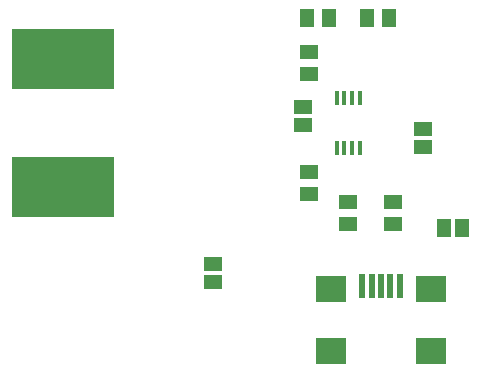
<source format=gtp>
G75*
%MOIN*%
%OFA0B0*%
%FSLAX25Y25*%
%IPPOS*%
%LPD*%
%AMOC8*
5,1,8,0,0,1.08239X$1,22.5*
%
%ADD10R,0.05906X0.05118*%
%ADD11R,0.05118X0.05906*%
%ADD12R,0.01575X0.04724*%
%ADD13R,0.34449X0.20472*%
%ADD14R,0.09843X0.08661*%
%ADD15R,0.01969X0.07874*%
%ADD16R,0.06300X0.04600*%
%ADD17R,0.04600X0.06300*%
D10*
X0108937Y0065509D03*
X0108937Y0072990D03*
X0121937Y0062990D03*
X0121937Y0055509D03*
X0136937Y0055509D03*
X0136937Y0062990D03*
X0108937Y0105509D03*
X0108937Y0112990D03*
D11*
X0108197Y0124250D03*
X0115677Y0124250D03*
X0128197Y0124250D03*
X0135677Y0124250D03*
D12*
X0125776Y0097741D03*
X0123217Y0097741D03*
X0120657Y0097741D03*
X0118098Y0097741D03*
X0118098Y0080759D03*
X0120657Y0080759D03*
X0123217Y0080759D03*
X0125776Y0080759D03*
D13*
X0026937Y0067990D03*
X0026937Y0110509D03*
D14*
X0116362Y0034078D03*
X0116362Y0013211D03*
X0149433Y0013211D03*
X0149433Y0034078D03*
D15*
X0139197Y0035062D03*
X0136047Y0035062D03*
X0132897Y0035062D03*
X0129748Y0035062D03*
X0126598Y0035062D03*
D16*
X0076937Y0036250D03*
X0076937Y0042250D03*
X0106937Y0088750D03*
X0106937Y0094750D03*
X0146937Y0087250D03*
X0146937Y0081250D03*
D17*
X0153937Y0054250D03*
X0159937Y0054250D03*
M02*

</source>
